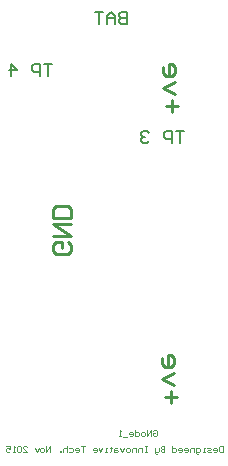
<source format=gbo>
%FSLAX44Y44*%
%MOMM*%
G71*
G01*
G75*
G04 Layer_Color=32896*
%ADD10R,0.5000X0.6000*%
%ADD11R,0.5000X0.5000*%
%ADD12R,0.6000X0.5000*%
%ADD13R,1.4000X1.2000*%
%ADD14R,0.2500X0.5000*%
%ADD15C,1.5000*%
%ADD16R,0.2500X0.4000*%
%ADD17R,0.4000X0.2500*%
%ADD18R,3.2000X3.2000*%
%ADD19R,0.5590X1.1940*%
%ADD20R,0.9000X1.3000*%
%ADD21R,0.6000X1.2000*%
%ADD22R,0.6000X2.0000*%
%ADD23C,4.0000*%
%ADD24C,0.3000*%
%ADD25C,0.5000*%
%ADD26C,0.1500*%
%ADD27C,0.2000*%
%ADD28C,0.4500*%
%ADD29R,6.0700X6.0700*%
%ADD30C,0.0508*%
%ADD31C,0.1000*%
%ADD32R,0.7032X0.8032*%
%ADD33R,0.7032X0.7032*%
%ADD34R,0.8032X0.7032*%
%ADD35R,1.6032X1.4032*%
%ADD36R,0.4532X0.7032*%
%ADD37C,1.7032*%
%ADD38R,0.3516X0.5016*%
%ADD39R,0.5016X0.3516*%
%ADD40R,3.3016X3.3016*%
%ADD41R,0.7622X1.3972*%
%ADD42R,1.1032X1.5032*%
%ADD43R,0.7016X1.3016*%
%ADD44R,0.8032X2.2032*%
%ADD45C,4.2032*%
%ADD46C,0.7032*%
%ADD47C,0.5032*%
%ADD48C,0.6532*%
%ADD49R,6.2732X6.2732*%
%ADD50C,0.2540*%
D27*
X5500Y178747D02*
Y168750D01*
X502D01*
X-1164Y170416D01*
Y172082D01*
X502Y173748D01*
X5500D01*
X502D01*
X-1164Y175415D01*
Y177081D01*
X502Y178747D01*
X5500D01*
X-4497Y168750D02*
Y175415D01*
X-7829Y178747D01*
X-11161Y175415D01*
Y168750D01*
Y173748D01*
X-4497D01*
X-14494Y178747D02*
X-21158D01*
X-17826D01*
Y168750D01*
X54250Y78247D02*
X47586D01*
X50918D01*
Y68250D01*
X44253D02*
Y78247D01*
X39255D01*
X37589Y76581D01*
Y73248D01*
X39255Y71582D01*
X44253D01*
X24260Y76581D02*
X22594Y78247D01*
X19261D01*
X17595Y76581D01*
Y74914D01*
X19261Y73248D01*
X20927D01*
X19261D01*
X17595Y71582D01*
Y69916D01*
X19261Y68250D01*
X22594D01*
X24260Y69916D01*
X-57500Y134497D02*
X-64165D01*
X-60832D01*
Y124500D01*
X-67497D02*
Y134497D01*
X-72495D01*
X-74161Y132831D01*
Y129498D01*
X-72495Y127832D01*
X-67497D01*
X-92489Y124500D02*
Y134497D01*
X-87490Y129498D01*
X-94155D01*
D31*
X86750Y-189002D02*
Y-194000D01*
X84251D01*
X83418Y-193167D01*
Y-189835D01*
X84251Y-189002D01*
X86750D01*
X79252Y-194000D02*
X80919D01*
X81752Y-193167D01*
Y-191501D01*
X80919Y-190668D01*
X79252D01*
X78419Y-191501D01*
Y-192334D01*
X81752D01*
X76753Y-194000D02*
X74254D01*
X73421Y-193167D01*
X74254Y-192334D01*
X75920D01*
X76753Y-191501D01*
X75920Y-190668D01*
X73421D01*
X71755Y-194000D02*
X70089D01*
X70922D01*
Y-190668D01*
X71755D01*
X65924Y-195666D02*
X65090D01*
X64257Y-194833D01*
Y-190668D01*
X66757D01*
X67590Y-191501D01*
Y-193167D01*
X66757Y-194000D01*
X64257D01*
X62591D02*
Y-190668D01*
X60092D01*
X59259Y-191501D01*
Y-194000D01*
X55094D02*
X56760D01*
X57593Y-193167D01*
Y-191501D01*
X56760Y-190668D01*
X55094D01*
X54261Y-191501D01*
Y-192334D01*
X57593D01*
X50095Y-194000D02*
X51761D01*
X52594Y-193167D01*
Y-191501D01*
X51761Y-190668D01*
X50095D01*
X49262Y-191501D01*
Y-192334D01*
X52594D01*
X44264Y-189002D02*
Y-194000D01*
X46763D01*
X47596Y-193167D01*
Y-191501D01*
X46763Y-190668D01*
X44264D01*
X37599Y-189002D02*
Y-194000D01*
X35100D01*
X34267Y-193167D01*
Y-192334D01*
X35100Y-191501D01*
X37599D01*
X35100D01*
X34267Y-190668D01*
Y-189835D01*
X35100Y-189002D01*
X37599D01*
X32601Y-190668D02*
Y-193167D01*
X31768Y-194000D01*
X29269D01*
Y-194833D01*
X30102Y-195666D01*
X30935D01*
X29269Y-194000D02*
Y-190668D01*
X22604Y-189002D02*
X20938D01*
X21771D01*
Y-194000D01*
X22604D01*
X20938D01*
X18439D02*
Y-190668D01*
X15940D01*
X15107Y-191501D01*
Y-194000D01*
X13441D02*
Y-190668D01*
X10941D01*
X10108Y-191501D01*
Y-194000D01*
X7609D02*
X5943D01*
X5110Y-193167D01*
Y-191501D01*
X5943Y-190668D01*
X7609D01*
X8442Y-191501D01*
Y-193167D01*
X7609Y-194000D01*
X3444Y-190668D02*
X1778Y-194000D01*
X112Y-190668D01*
X-2387D02*
X-4054D01*
X-4887Y-191501D01*
Y-194000D01*
X-2387D01*
X-1555Y-193167D01*
X-2387Y-192334D01*
X-4887D01*
X-7386Y-189835D02*
Y-190668D01*
X-6553D01*
X-8219D01*
X-7386D01*
Y-193167D01*
X-8219Y-194000D01*
X-10718D02*
X-12384D01*
X-11551D01*
Y-190668D01*
X-10718D01*
X-14884D02*
X-16550Y-194000D01*
X-18216Y-190668D01*
X-22381Y-194000D02*
X-20715D01*
X-19882Y-193167D01*
Y-191501D01*
X-20715Y-190668D01*
X-22381D01*
X-23214Y-191501D01*
Y-192334D01*
X-19882D01*
X-29879Y-189002D02*
X-33211D01*
X-31545D01*
Y-194000D01*
X-37376D02*
X-35710D01*
X-34877Y-193167D01*
Y-191501D01*
X-35710Y-190668D01*
X-37376D01*
X-38209Y-191501D01*
Y-192334D01*
X-34877D01*
X-43208Y-190668D02*
X-40708D01*
X-39875Y-191501D01*
Y-193167D01*
X-40708Y-194000D01*
X-43208D01*
X-44874Y-189002D02*
Y-194000D01*
Y-191501D01*
X-45707Y-190668D01*
X-47373D01*
X-48206Y-191501D01*
Y-194000D01*
X-49872D02*
Y-193167D01*
X-50705D01*
Y-194000D01*
X-49872D01*
X-59036D02*
Y-189002D01*
X-62368Y-194000D01*
Y-189002D01*
X-64867Y-194000D02*
X-66533D01*
X-67366Y-193167D01*
Y-191501D01*
X-66533Y-190668D01*
X-64867D01*
X-64034Y-191501D01*
Y-193167D01*
X-64867Y-194000D01*
X-69033Y-190668D02*
X-70699Y-194000D01*
X-72365Y-190668D01*
X-82361Y-194000D02*
X-79029D01*
X-82361Y-190668D01*
Y-189835D01*
X-81528Y-189002D01*
X-79862D01*
X-79029Y-189835D01*
X-84028D02*
X-84861Y-189002D01*
X-86527D01*
X-87360Y-189835D01*
Y-193167D01*
X-86527Y-194000D01*
X-84861D01*
X-84028Y-193167D01*
Y-189835D01*
X-89026Y-194000D02*
X-90692D01*
X-89859D01*
Y-189002D01*
X-89026Y-189835D01*
X-96524Y-189002D02*
X-93191D01*
Y-191501D01*
X-94857Y-190668D01*
X-95690D01*
X-96524Y-191501D01*
Y-193167D01*
X-95690Y-194000D01*
X-94024D01*
X-93191Y-193167D01*
X27668Y-176085D02*
X28501Y-175252D01*
X30167D01*
X31000Y-176085D01*
Y-179417D01*
X30167Y-180250D01*
X28501D01*
X27668Y-179417D01*
Y-177751D01*
X29334D01*
X26002Y-180250D02*
Y-175252D01*
X22669Y-180250D01*
Y-175252D01*
X20170Y-180250D02*
X18504D01*
X17671Y-179417D01*
Y-177751D01*
X18504Y-176918D01*
X20170D01*
X21003Y-177751D01*
Y-179417D01*
X20170Y-180250D01*
X12673Y-175252D02*
Y-180250D01*
X15172D01*
X16005Y-179417D01*
Y-177751D01*
X15172Y-176918D01*
X12673D01*
X8507Y-180250D02*
X10173D01*
X11006Y-179417D01*
Y-177751D01*
X10173Y-176918D01*
X8507D01*
X7674Y-177751D01*
Y-178584D01*
X11006D01*
X6008Y-181083D02*
X2676D01*
X1010Y-180250D02*
X-656D01*
X177D01*
Y-175252D01*
X1010Y-176085D01*
D50*
X42867Y-152450D02*
Y-142293D01*
X47946Y-147372D02*
X37789D01*
X45407Y-137215D02*
X35250Y-132137D01*
X45407Y-127058D01*
X35250Y-114362D02*
Y-119441D01*
X37789Y-121980D01*
X42867D01*
X45407Y-119441D01*
Y-114362D01*
X42867Y-111823D01*
X40328D01*
Y-121980D01*
X43868Y94550D02*
Y104707D01*
X48946Y99628D02*
X38789D01*
X46407Y109785D02*
X36250Y114863D01*
X46407Y119942D01*
X36250Y132638D02*
Y127559D01*
X38789Y125020D01*
X43868D01*
X46407Y127559D01*
Y132638D01*
X43868Y135177D01*
X41328D01*
Y125020D01*
X-44054Y-16293D02*
X-41515Y-18832D01*
Y-23911D01*
X-44054Y-26450D01*
X-54211D01*
X-56750Y-23911D01*
Y-18832D01*
X-54211Y-16293D01*
X-49132D01*
Y-21372D01*
X-56750Y-11215D02*
X-41515D01*
X-56750Y-1058D01*
X-41515D01*
Y4020D02*
X-56750D01*
Y11638D01*
X-54211Y14177D01*
X-44054D01*
X-41515Y11638D01*
Y4020D01*
M02*

</source>
